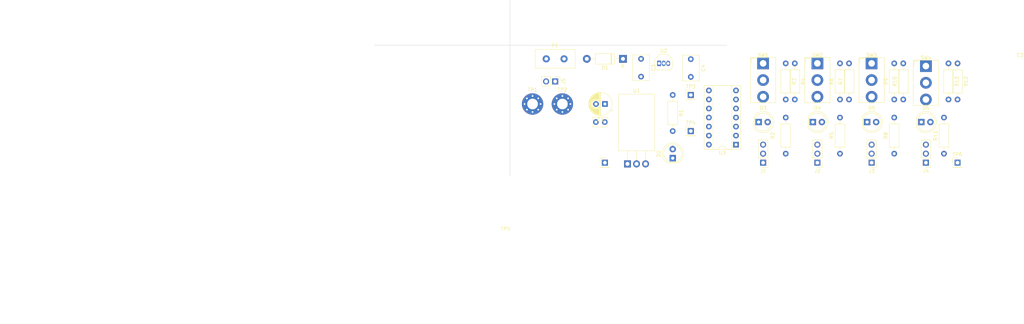
<source format=kicad_pcb>
(kicad_pcb (version 20221018) (generator pcbnew)
  (layers (0 "F.Cu" signal) (31 "B.Cu" signal) (34 "B.Paste" user) (35 "F.Paste" user) (36 "B.SilkS" user "B.Silkscreen") (37 "F.SilkS" user "F.Silkscreen") (38 "B.Mask" user) (39 "F.Mask" user) (44 "Edge.Cuts" user))
  (net 0 "")
  (net 1 "+12V")
  (net 2 "GND")
  (net 3 "+5V")
  (net 4 "+3.3V")
  (net 5 "/vfuse")
  (net 6 "/pwr3led")
  (net 7 "/dio-channel0/ibuf_out")
  (net 8 "/dio-channel0/sigled")
  (net 9 "/dio-channel1/ibuf_out")
  (net 10 "/dio-channel1/sigled")
  (net 11 "/dio-channel2/ibuf_out")
  (net 12 "/dio-channel2/sigled")
  (net 13 "/dio-channel3/ibuf_out")
  (net 14 "/dio-channel3/sigled")
  (net 15 "/vin")
  (net 16 "/dio-channel0/iopin")
  (net 17 "/dio-channel1/iopin")
  (net 18 "/dio-channel2/iopin")
  (net 19 "/dio-channel3/iopin")
  (net 20 "/dio-channel0/iopin_prot")
  (net 21 "/dio-channel1/iopin_prot")
  (net 22 "/dio-channel2/iopin_prot")
  (net 23 "/dio-channel3/iopin_prot")
  (footprint "LED_THT:LED_D5.0mm" (layer "F.Cu") (at 166.37 97.79)
    (fp_text reference "D6" (at 1.27 -3.96) (layer "F.SilkS"))
    (fp_text value "Red")
    (pad "1" thru_hole rect (at 0 0) (size 1.8 1.8) (drill 0.9) (layers "*.Cu" "*.Mask") (net 13 "/dio-channel3/ibuf_out"))
    (pad "2" thru_hole circle (at 2.54 0) (size 1.8 1.8) (drill 0.9) (layers "*.Cu" "*.Mask") (net 14 "/dio-channel3/sigled"))
  )
  (footprint "Connector_PinHeader_2.54mm:PinHeader_1x03_P2.54mm_Vertical" (layer "F.Cu") (at 121.92 109.22 180)
    (fp_text reference "J1" (at 0 -2.33) (layer "F.SilkS"))
    (fp_text value "Conn_01x03")
    (pad "1" thru_hole rect (at 0 0 180) (size 1.7 1.7) (drill 1) (layers "*.Cu" "*.Mask") (net 2 "GND"))
    (pad "2" thru_hole oval (at 0 2.54 180) (size 1.7 1.7) (drill 1) (layers "*.Cu" "*.Mask") (net 3 "+5V"))
    (pad "3" thru_hole oval (at 0 5.08 180) (size 1.7 1.7) (drill 1) (layers "*.Cu" "*.Mask") (net 16 "/dio-channel0/iopin"))
  )
  (footprint "LED_THT:LED_D5.0mm" (layer "F.Cu") (at 135.89 97.79)
    (fp_text reference "D4" (at 1.27 -3.96) (layer "F.SilkS"))
    (fp_text value "Red")
    (pad "1" thru_hole rect (at 0 0) (size 1.8 1.8) (drill 0.9) (layers "*.Cu" "*.Mask") (net 9 "/dio-channel1/ibuf_out"))
    (pad "2" thru_hole circle (at 2.54 0) (size 1.8 1.8) (drill 0.9) (layers "*.Cu" "*.Mask") (net 10 "/dio-channel1/sigled"))
  )
  (footprint "Resistor_THT:R_Axial_DIN0207_L6.3mm_D2.5mm_P10.16mm_Horizontal" (layer "F.Cu") (at 158.75 106.68 90)
    (fp_text reference "R8" (at 5.08 -2.37 90) (layer "F.SilkS"))
    (fp_text value "1K")
    (pad "1" thru_hole circle (at 0 0 90) (size 1.6 1.6) (drill 0.8) (layers "*.Cu" "*.Mask") (net 3 "+5V"))
    (pad "2" thru_hole oval (at 10.16 0 90) (size 1.6 1.6) (drill 0.8) (layers "*.Cu" "*.Mask") (net 12 "/dio-channel2/sigled"))
  )
  (footprint "Package_DIP:DIP-14_W7.62mm_Socket" (layer "F.Cu") (at 114.3 104.14 180)
    (fp_text reference "U3" (at 3.81 -2.33) (layer "F.SilkS"))
    (fp_text value "74hct08")
    (pad "1" thru_hole rect (at 0 0 180) (size 1.6 1.6) (drill 0.8) (layers "*.Cu" "*.Mask") (net 3 "+5V"))
    (pad "2" thru_hole oval (at 0 2.54 180) (size 1.6 1.6) (drill 0.8) (layers "*.Cu" "*.Mask") (net 20 "/dio-channel0/iopin_prot"))
    (pad "3" thru_hole oval (at 0 5.08 180) (size 1.6 1.6) (drill 0.8) (layers "*.Cu" "*.Mask") (net 7 "/dio-channel0/ibuf_out"))
    (pad "4" thru_hole oval (at 0 7.62 180) (size 1.6 1.6) (drill 0.8) (layers "*.Cu" "*.Mask") (net 3 "+5V"))
    (pad "5" thru_hole oval (at 0 10.16 180) (size 1.6 1.6) (drill 0.8) (layers "*.Cu" "*.Mask") (net 21 "/dio-channel1/iopin_prot"))
    (pad "6" thru_hole oval (at 0 12.7 180) (size 1.6 1.6) (drill 0.8) (layers "*.Cu" "*.Mask") (net 9 "/dio-channel1/ibuf_out"))
    (pad "7" thru_hole oval (at 0 15.24 180) (size 1.6 1.6) (drill 0.8) (layers "*.Cu" "*.Mask") (net 2 "GND"))
    (pad "8" thru_hole oval (at 7.62 15.24 180) (size 1.6 1.6) (drill 0.8) (layers "*.Cu" "*.Mask") (net 11 "/dio-channel2/ibuf_out"))
    (pad "9" thru_hole oval (at 7.62 12.7 180) (size 1.6 1.6) (drill 0.8) (layers "*.Cu" "*.Mask") (net 3 "+5V"))
    (pad "10" thru_hole oval (at 7.62 10.16 180) (size 1.6 1.6) (drill 0.8) (layers "*.Cu" "*.Mask") (net 22 "/dio-channel2/iopin_prot"))
    (pad "11" thru_hole oval (at 7.62 7.62 180) (size 1.6 1.6) (drill 0.8) (layers "*.Cu" "*.Mask") (net 13 "/dio-channel3/ibuf_out"))
    (pad "12" thru_hole oval (at 7.62 5.08 180) (size 1.6 1.6) (drill 0.8) (layers "*.Cu" "*.Mask") (net 3 "+5V"))
    (pad "13" thru_hole oval (at 7.62 2.54 180) (size 1.6 1.6) (drill 0.8) (layers "*.Cu" "*.Mask") (net 23 "/dio-channel3/iopin_prot"))
    (pad "14" thru_hole oval (at 7.62 0 180) (size 1.6 1.6) (drill 0.8) (layers "*.Cu" "*.Mask") (net 3 "+5V"))
  )
  (footprint "Resistor_THT:R_Axial_DIN0207_L6.3mm_D2.5mm_P10.16mm_Horizontal" (layer "F.Cu") (at 143.51 91.44 90)
    (fp_text reference "R6" (at 5.08 -2.37 90) (layer "F.SilkS"))
    (fp_text value "150")
    (pad "1" thru_hole circle (at 0 0 90) (size 1.6 1.6) (drill 0.8) (layers "*.Cu" "*.Mask") (net 21 "/dio-channel1/iopin_prot"))
    (pad "2" thru_hole oval (at 10.16 0 90) (size 1.6 1.6) (drill 0.8) (layers "*.Cu" "*.Mask") (net 17 "/dio-channel1/iopin"))
  )
  (footprint "Resistor_THT:R_Axial_DIN0207_L6.3mm_D2.5mm_P10.16mm_Horizontal" (layer "F.Cu") (at 158.75 91.44 90)
    (fp_text reference "R9" (at 5.08 -2.37 90) (layer "F.SilkS"))
    (fp_text value "150")
    (pad "1" thru_hole circle (at 0 0 90) (size 1.6 1.6) (drill 0.8) (layers "*.Cu" "*.Mask") (net 22 "/dio-channel2/iopin_prot"))
    (pad "2" thru_hole oval (at 10.16 0 90) (size 1.6 1.6) (drill 0.8) (layers "*.Cu" "*.Mask") (net 18 "/dio-channel2/iopin"))
  )
  (footprint "Resistor_THT:R_Axial_DIN0207_L6.3mm_D2.5mm_P10.16mm_Horizontal" (layer "F.Cu") (at 128.27 81.28 -90)
    (fp_text reference "R3" (at 5.08 -2.37 90) (layer "F.SilkS"))
    (fp_text value "150")
    (pad "1" thru_hole circle (at 0 0 270) (size 1.6 1.6) (drill 0.8) (layers "*.Cu" "*.Mask") (net 20 "/dio-channel0/iopin_prot"))
    (pad "2" thru_hole oval (at 10.16 0 270) (size 1.6 1.6) (drill 0.8) (layers "*.Cu" "*.Mask") (net 16 "/dio-channel0/iopin"))
  )
  (footprint "MountingHole:MountingHole_3mm_Pad_Via" (layer "F.Cu") (at 57.15 92.71)
    (fp_text reference "TP1" (at 0 -4) (layer "F.SilkS"))
    (fp_text value "Vin")
    (pad "1" thru_hole circle (at -2.25 0) (size 0.8 0.8) (drill 0.5) (layers "*.Cu" "*.Mask") (net 15 "/vin"))
    (pad "1" thru_hole circle (at -1.59099 -1.59099) (size 0.8 0.8) (drill 0.5) (layers "*.Cu" "*.Mask") (net 15 "/vin"))
    (pad "1" thru_hole circle (at -1.59099 1.59099) (size 0.8 0.8) (drill 0.5) (layers "*.Cu" "*.Mask") (net 15 "/vin"))
    (pad "1" thru_hole circle (at 0 -2.25) (size 0.8 0.8) (drill 0.5) (layers "*.Cu" "*.Mask") (net 15 "/vin"))
    (pad "1" thru_hole circle (at 0 0) (size 6 6) (drill 3) (layers "*.Cu" "*.Mask") (net 15 "/vin"))
    (pad "1" thru_hole circle (at 0 2.25) (size 0.8 0.8) (drill 0.5) (layers "*.Cu" "*.Mask") (net 15 "/vin"))
    (pad "1" thru_hole circle (at 1.59099 -1.59099) (size 0.8 0.8) (drill 0.5) (layers "*.Cu" "*.Mask") (net 15 "/vin"))
    (pad "1" thru_hole circle (at 1.59099 1.59099) (size 0.8 0.8) (drill 0.5) (layers "*.Cu" "*.Mask") (net 15 "/vin"))
    (pad "1" thru_hole circle (at 2.25 0) (size 0.8 0.8) (drill 0.5) (layers "*.Cu" "*.Mask") (net 15 "/vin"))
  )
  (footprint "Capacitor_THT:C_Disc_D11.0mm_W5.0mm_P5.00mm" (layer "F.Cu") (at 61 80.01)
    (fp_text reference "F1" (at 2.5 -3.75) (layer "F.SilkS"))
    (fp_text value "Polyfuse")
    (pad "1" thru_hole circle (at 0 0) (size 2 2) (drill 1) (layers "*.Cu" "*.Mask") (net 15 "/vin"))
    (pad "2" thru_hole circle (at 5 0) (size 2 2) (drill 1) (layers "*.Cu" "*.Mask") (net 5 "/vfuse"))
  )
  (footprint "LED_THT:LED_D5.0mm" (layer "F.Cu") (at 120.65 97.79)
    (fp_text reference "D3" (at 1.27 -3.96) (layer "F.SilkS"))
    (fp_text value "Red")
    (pad "1" thru_hole rect (at 0 0) (size 1.8 1.8) (drill 0.9) (layers "*.Cu" "*.Mask") (net 7 "/dio-channel0/ibuf_out"))
    (pad "2" thru_hole circle (at 2.54 0) (size 1.8 1.8) (drill 0.9) (layers "*.Cu" "*.Mask") (net 8 "/dio-channel0/sigled"))
  )
  (footprint "Package_TO_SOT_THT:TO-92_Inline" (layer "F.Cu") (at 92.71 81.28)
    (fp_text reference "U2" (at 1.27 -3.56) (layer "F.SilkS"))
    (fp_text value "MCP1700x-330xxTO")
    (pad "1" thru_hole rect (at 0 0) (size 1.05 1.5) (drill 0.75) (layers "*.Cu" "*.Mask") (net 2 "GND"))
    (pad "2" thru_hole oval (at 1.27 0) (size 1.05 1.5) (drill 0.75) (layers "*.Cu" "*.Mask") (net 3 "+5V"))
    (pad "3" thru_hole oval (at 2.54 0) (size 1.05 1.5) (drill 0.75) (layers "*.Cu" "*.Mask") (net 4 "+3.3V"))
  )
  (footprint "Connector_PinHeader_2.54mm:PinHeader_1x03_P2.54mm_Vertical" (layer "F.Cu") (at 137.16 109.22 180)
    (fp_text reference "J2" (at 0 -2.33) (layer "F.SilkS"))
    (fp_text value "Conn_01x03")
    (pad "1" thru_hole rect (at 0 0 180) (size 1.7 1.7) (drill 1) (layers "*.Cu" "*.Mask") (net 2 "GND"))
    (pad "2" thru_hole oval (at 0 2.54 180) (size 1.7 1.7) (drill 1) (layers "*.Cu" "*.Mask") (net 3 "+5V"))
    (pad "3" thru_hole oval (at 0 5.08 180) (size 1.7 1.7) (drill 1) (layers "*.Cu" "*.Mask") (net 17 "/dio-channel1/iopin"))
  )
  (footprint "Resistor_THT:R_Axial_DIN0207_L6.3mm_D2.5mm_P10.16mm_Horizontal" (layer "F.Cu") (at 176.53 81.28 -90)
    (fp_text reference "R12" (at 5.08 -2.37 90) (layer "F.SilkS"))
    (fp_text value "150")
    (pad "1" thru_hole circle (at 0 0 270) (size 1.6 1.6) (drill 0.8) (layers "*.Cu" "*.Mask") (net 23 "/dio-channel3/iopin_prot"))
    (pad "2" thru_hole oval (at 10.16 0 270) (size 1.6 1.6) (drill 0.8) (layers "*.Cu" "*.Mask") (net 19 "/dio-channel3/iopin"))
  )
  (footprint "Capacitor_THT:C_Rect_L7.0mm_W4.5mm_P5.00mm" (layer "F.Cu") (at 101.6 80.09 -90)
    (fp_text reference "C4" (at 2.5 -3.5 90) (layer "F.SilkS"))
    (fp_text value "1uF")
    (pad "1" thru_hole circle (at 0 0 270) (size 1.6 1.6) (drill 0.8) (layers "*.Cu" "*.Mask") (net 4 "+3.3V"))
    (pad "2" thru_hole circle (at 5 0 270) (size 1.6 1.6) (drill 0.8) (layers "*.Cu" "*.Mask") (net 2 "GND"))
  )
  (footprint "0steve-footprints:SPDT-ESwitch-100SP3-M2" (layer "F.Cu") (at 121.92 81.28)
    (fp_text reference "SW1" (at 0 -2.33) (layer "F.SilkS"))
    (fp_text value "SW_SPDT_MSM")
    (pad "1" thru_hole rect (at 0 0) (size 3.302 3.302) (drill 1.8542) (layers "*.Cu" "*.Mask") (net 2 "GND"))
    (pad "2" thru_hole oval (at 0 4.699) (size 3.302 3.302) (drill 1.8542) (layers "*.Cu" "*.Mask") (net 20 "/dio-channel0/iopin_prot"))
    (pad "3" thru_hole oval (at 0 9.398) (size 3.302 3.302) (drill 1.8542) (layers "*.Cu" "*.Mask") (net 4 "+3.3V"))
  )
  (footprint "Connector_PinHeader_2.54mm:PinHeader_1x01_P2.54mm_Vertical" (layer "F.Cu") (at 176.53 109.22)
    (fp_text reference "TP6" (at 0 -2.33) (layer "F.SilkS"))
    (fp_text value "TestPoint")
    (pad "1" thru_hole rect (at 0 0) (size 1.7 1.7) (drill 1) (layers "*.Cu" "*.Mask") (net 2 "GND"))
  )
  (footprint "Resistor_THT:R_Axial_DIN0207_L6.3mm_D2.5mm_P10.16mm_Horizontal" (layer "F.Cu") (at 128.27 106.68 90)
    (fp_text reference "R2" (at 5.08 -3.64 90) (layer "F.SilkS"))
    (fp_text value "1K")
    (pad "1" thru_hole circle (at 0 0 90) (size 1.6 1.6) (drill 0.8) (layers "*.Cu" "*.Mask") (net 3 "+5V"))
    (pad "2" thru_hole oval (at 10.16 0 90) (size 1.6 1.6) (drill 0.8) (layers "*.Cu" "*.Mask") (net 8 "/dio-channel0/sigled"))
  )
  (footprint "Connector_PinHeader_2.54mm:PinHeader_1x01_P2.54mm_Vertical" (layer "F.Cu") (at 101.6 90.17)
    (fp_text reference "TP3" (at 0 -2.33) (layer "F.SilkS"))
    (fp_text value "TestPoint")
    (pad "1" thru_hole rect (at 0 0) (size 1.7 1.7) (drill 1) (layers "*.Cu" "*.Mask") (net 4 "+3.3V"))
  )
  (footprint "Resistor_THT:R_Axial_DIN0207_L6.3mm_D2.5mm_P10.16mm_Horizontal" (layer "F.Cu") (at 146.05 91.44 90)
    (fp_text reference "R7" (at 5.08 -2.37 90) (layer "F.SilkS"))
    (fp_text value "40K")
    (pad "1" thru_hole circle (at 0 0 90) (size 1.6 1.6) (drill 0.8) (layers "*.Cu" "*.Mask") (net 4 "+3.3V"))
    (pad "2" thru_hole oval (at 10.16 0 90) (size 1.6 1.6) (drill 0.8) (layers "*.Cu" "*.Mask") (net 17 "/dio-channel1/iopin"))
  )
  (footprint "LED_THT:LED_D5.0mm" (layer "F.Cu") (at 151.13 97.79)
    (fp_text reference "D5" (at 1.27 -3.96) (layer "F.SilkS"))
    (fp_text value "Red")
    (pad "1" thru_hole rect (at 0 0) (size 1.8 1.8) (drill 0.9) (layers "*.Cu" "*.Mask") (net 11 "/dio-channel2/ibuf_out"))
    (pad "2" thru_hole circle (at 2.54 0) (size 1.8 1.8) (drill 0.9) (layers "*.Cu" "*.Mask") (net 12 "/dio-channel2/sigled"))
  )
  (footprint "Resistor_THT:R_Axial_DIN0207_L6.3mm_D2.5mm_P10.16mm_Horizontal" (layer "F.Cu") (at 173.99 81.28 -90)
    (fp_text reference "R13" (at 5.08 -2.37 90) (layer "F.SilkS"))
    (fp_text value "40K")
    (pad "1" thru_hole circle (at 0 0 270) (size 1.6 1.6) (drill 0.8) (layers "*.Cu" "*.Mask") (net 4 "+3.3V"))
    (pad "2" thru_hole oval (at 10.16 0 270) (size 1.6 1.6) (drill 0.8) (layers "*.Cu" "*.Mask") (net 19 "/dio-channel3/iopin"))
  )
  (footprint "MountingHole:MountingHole_3mm_Pad_Via" (layer "F.Cu") (at 65.532 92.71)
    (fp_text reference "TP2" (at 0 -4) (layer "F.SilkS"))
    (fp_text value "GND")
    (pad "1" thru_hole circle (at -2.25 0) (size 0.8 0.8) (drill 0.5) (layers "*.Cu" "*.Mask") (net 2 "GND"))
    (pad "1" thru_hole circle (at -1.59099 -1.59099) (size 0.8 0.8) (drill 0.5) (layers "*.Cu" "*.Mask") (net 2 "GND"))
    (pad "1" thru_hole circle (at -1.59099 1.59099) (size 0.8 0.8) (drill 0.5) (layers "*.Cu" "*.Mask") (net 2 "GND"))
    (pad "1" thru_hole circle (at 0 -2.25) (size 0.8 0.8) (drill 0.5) (layers "*.Cu" "*.Mask") (net 2 "GND"))
    (pad "1" thru_hole circle (at 0 0) (size 6 6) (drill 3) (layers "*.Cu" "*.Mask") (net 2 "GND"))
    (pad "1" thru_hole circle (at 0 2.25) (size 0.8 0.8) (drill 0.5) (layers "*.Cu" "*.Mask") (net 2 "GND"))
    (pad "1" thru_hole circle (at 1.59099 -1.59099) (size 0.8 0.8) (drill 0.5) (layers "*.Cu" "*.Mask") (net 2 "GND"))
    (pad "1" thru_hole circle (at 1.59099 1.59099) (size 0.8 0.8) (drill 0.5) (layers "*.Cu" "*.Mask") (net 2 "GND"))
    (pad "1" thru_hole circle (at 2.25 0) (size 0.8 0.8) (drill 0.5) (layers "*.Cu" "*.Mask") (net 2 "GND"))
  )
  (footprint "Capacitor_THT:C_Rect_L7.0mm_W4.5mm_P5.00mm" (layer "F.Cu") (at 87.63 80.01 -90)
    (fp_text reference "C3" (at 2.5 -3.5 90) (layer "F.SilkS"))
    (fp_text value "1uF")
    (pad "1" thru_hole circle (at 0 0 270) (size 1.6 1.6) (drill 0.8) (layers "*.Cu" "*.Mask") (net 3 "+5V"))
    (pad "2" thru_hole circle (at 5 0 270) (size 1.6 1.6) (drill 0.8) (layers "*.Cu" "*.Mask") (net 2 "GND"))
  )
  (footprint "Diode_THT:D_DO-41_SOD81_P10.16mm_Horizontal" (layer "F.Cu") (at 82.55 80.01 180)
    (fp_text reference "D1" (at 5.08 -2.47) (layer "F.SilkS"))
    (fp_text value "1N4004")
    (fp_text user "K" (at 0 -2.1) (layer "F.SilkS"))
    (pad "1" thru_hole rect (at 0 0 180) (size 2.2 2.2) (drill 1.1) (layers "*.Cu" "*.Mask") (net 1 "+12V"))
    (pad "2" thru_hole oval (at 10.16 0 180) (size 2.2 2.2) (drill 1.1) (layers "*.Cu" "*.Mask") (net 5 "/vfuse"))
  )
  (footprint "0steve-footprints:SPDT-ESwitch-100SP3-M2" (layer "F.Cu") (at 167.64 82.042)
    (fp_text reference "SW4" (at 0 -2.33) (layer "F.SilkS"))
    (fp_text value "SW_SPDT_MSM")
    (pad "1" thru_hole rect (at 0 0) (size 3.302 3.302) (drill 1.8542) (layers "*.Cu" "*.Mask") (net 2 "GND"))
    (pad "2" thru_hole oval (at 0 4.699) (size 3.302 3.302) (drill 1.8542) (layers "*.Cu" "*.Mask") (net 23 "/dio-channel3/iopin_prot"))
    (pad "3" thru_hole oval (at 0 9.398) (size 3.302 3.302) (drill 1.8542) (layers "*.Cu" "*.Mask") (net 4 "+3.3V"))
  )
  (footprint "Connector_PinHeader_2.54mm:PinHeader_1x02_P2.54mm_Vertical" (layer "F.Cu") (at 63.5 86.36 -90)
    (fp_text reference "J5" (at 0 -2.33 90) (layer "F.SilkS"))
    (fp_text value "Conn_01x02")
    (pad "1" thru_hole rect (at 0 0 270) (size 1.7 1.7) (drill 1) (layers "*.Cu" "*.Mask") (net 2 "GND"))
    (pad "2" thru_hole oval (at 0 2.54 270) (size 1.7 1.7) (drill 1) (layers "*.Cu" "*.Mask") (net 15 "/vin"))
  )
  (footprint "LED_THT:LED_D5.0mm" (layer "F.Cu") (at 96.52 107.95 90)
    (fp_text reference "D2" (at 1.27 -3.96 90) (layer "F.SilkS"))
    (fp_text value "Green")
    (pad "1" thru_hole rect (at 0 0 90) (size 1.8 1.8) (drill 0.9) (layers "*.Cu" "*.Mask") (net 2 "GND"))
    (pad "2" thru_hole circle (at 2.54 0 90) (size 1.8 1.8) (drill 0.9) (layers "*.Cu" "*.Mask") (net 6 "/pwr3led"))
  )
  (footprint "Capacitor_THT:C_Rect_L4.0mm_W2.5mm_P2.50mm" (layer "F.Cu") (at 77.43 97.79 180)
    (fp_text reference "C2" (at -116.68 18.813) (layer "F.SilkS"))
    (fp_text value "0.1")
    (pad "1" thru_hole circle (at 0 0 180) (size 1.6 1.6) (drill 0.8) (layers "*.Cu" "*.Mask") (net 1 "+12V"))
    (pad "2" thru_hole circle (at 2.5 0 180) (size 1.6 1.6) (drill 0.8) (layers "*.Cu" "*.Mask") (net 2 "GND"))
  )
  (footprint "Connector_PinHeader_2.54mm:PinHeader_1x01_P2.54mm_Vertical" (layer "F.Cu") (at 77.47 109.22)
    (fp_text reference "TP5" (at -27.94 18.62) (layer "F.SilkS"))
    (fp_text value "TestPoint")
    (pad "1" thru_hole rect (at 0 0) (size 1.7 1.7) (drill 1) (layers "*.Cu" "*.Mask") (net 2 "GND"))
  )
  (footprint "Connector_PinHeader_2.54mm:PinHeader_1x03_P2.54mm_Vertical" (layer "F.Cu") (at 167.64 109.22 180)
    (fp_text reference "J4" (at 0 -2.33) (layer "F.SilkS"))
    (fp_text value "Conn_01x03")
    (pad "1" thru_hole rect (at 0 0 180) (size 1.7 1.7) (drill 1) (layers "*.Cu" "*.Mask") (net 2 "GND"))
    (pad "2" thru_hole oval (at 0 2.54 180) (size 1.7 1.7) (drill 1) (layers "*.Cu" "*.Mask") (net 3 "+5V"))
    (pad "3" thru_hole oval (at 0 5.08 180) (size 1.7 1.7) (drill 1) (layers "*.Cu" "*.Mask") (net 19 "/dio-channel3/iopin"))
  )
  (footprint "Connector_PinHeader_2.54mm:PinHeader_1x03_P2.54mm_Vertical" (layer "F.Cu") (at 152.4 109.22 180)
    (fp_text reference "J3" (at 0 -2.33) (layer "F.SilkS"))
    (fp_text value "Conn_01x03")
    (pad "1" thru_hole rect (at 0 0 180) (size 1.7 1.7) (drill 1) (layers "*.Cu" "*.Mask") (net 2 "GND"))
    (pad "2" thru_hole oval (at 0 2.54 180) (size 1.7 1.7) (drill 1) (layers "*.Cu" "*.Mask") (net 3 "+5V"))
    (pad "3" thru_hole oval (at 0 5.08 180) (size 1.7 1.7) (drill 1) (layers "*.Cu" "*.Mask") (net 18 "/dio-channel2/iopin"))
  )
  (footprint "0steve-footprints:SPDT-ESwitch-100SP3-M2" (layer "F.Cu") (at 152.4 81.28)
    (fp_text reference "SW3" (at 0 -2.33) (layer "F.SilkS"))
    (fp_text value "SW_SPDT_MSM")
    (pad "1" thru_hole rect (at 0 0) (size 3.302 3.302) (drill 1.8542) (layers "*.Cu" "*.Mask") (net 2 "GND"))
    (pad "2" thru_hole oval (at 0 4.699) (size 3.302 3.302) (drill 1.8542) (layers "*.Cu" "*.Mask") (net 22 "/dio-channel2/iopin_prot"))
    (pad "3" thru_hole oval (at 0 9.398) (size 3.302 3.302) (drill 1.8542) (layers "*.Cu" "*.Mask") (net 4 "+3.3V"))
  )
  (footprint "Resistor_THT:R_Axial_DIN0207_L6.3mm_D2.5mm_P10.16mm_Horizontal" (layer "F.Cu") (at 172.72 106.68 90)
    (fp_text reference "R11" (at 5.08 -2.37 90) (layer "F.SilkS"))
    (fp_text value "1K")
    (pad "1" thru_hole circle (at 0 0 90) (size 1.6 1.6) (drill 0.8) (layers "*.Cu" "*.Mask") (net 3 "+5V"))
    (pad "2" thru_hole oval (at 10.16 0 90) (size 1.6 1.6) (drill 0.8) (layers "*.Cu" "*.Mask") (net 14 "/dio-channel3/sigled"))
  )
  (footprint "Package_TO_SOT_THT:TO-220-3_Horizontal_TabDown" (layer "F.Cu") (at 83.82 109.56)
    (fp_text reference "U1" (at 2.54 -20.58) (layer "F.SilkS"))
    (fp_text value "LM7805_TO220")
    (pad "" np_thru_hole oval (at 2.54 -16.66) (size 3.5 3.5) (drill 3.5) (layers "*.Cu" "*.Mask"))
    (pad "1" thru_hole rect (at 0 0) (size 1.905 2) (drill 1.1) (layers "*.Cu" "*.Mask") (net 1 "+12V"))
    (pad "2" thru_hole oval (at 2.54 0) (size 1.905 2) (drill 1.1) (layers "*.Cu" "*.Mask") (net 2 "GND"))
    (pad "3" thru_hole oval (at 5.08 0) (size 1.905 2) (drill 1.1) (layers "*.Cu" "*.Mask") (net 3 "+5V"))
  )
  (footprint "Connector_PinHeader_2.54mm:PinHeader_1x01_P2.54mm_Vertical" (layer "F.Cu") (at 101.6 100.33)
    (fp_text reference "TP4" (at 0 -2.33) (layer "F.SilkS"))
    (fp_text value "TestPoint")
    (pad "1" thru_hole rect (at 0 0) (size 1.7 1.7) (drill 1) (layers "*.Cu" "*.Mask") (net 2 "GND"))
  )
  (footprint "0steve-footprints:SPDT-ESwitch-100SP3-M2" (layer "F.Cu") (at 137.16 81.28)
    (fp_text reference "SW2" (at 0 -2.33) (layer "F.SilkS"))
    (fp_text value "SW_SPDT_MSM")
    (pad "1" thru_hole rect (at 0 0) (size 3.302 3.302) (drill 1.8542) (layers "*.Cu" "*.Mask") (net 2 "GND"))
    (pad "2" thru_hole oval (at 0 4.699) (size 3.302 3.302) (drill 1.8542) (layers "*.Cu" "*.Mask") (net 21 "/dio-channel1/iopin_prot"))
    (pad "3" thru_hole oval (at 0 9.398) (size 3.302 3.302) (drill 1.8542) (layers "*.Cu" "*.Mask") (net 4 "+3.3V"))
  )
  (footprint "Capacitor_THT:CP_Radial_D6.3mm_P2.50mm" (layer "F.Cu") (at 77.47 92.71 180)
    (fp_text reference "C1" (at 1.25 -4.4) (layer "F.SilkS"))
    (fp_text value "47uF")
    (pad "1" thru_hole rect (at 0 0 180) (size 1.6 1.6) (drill 0.8) (layers "*.Cu" "*.Mask") (net 1 "+12V"))
    (pad "2" thru_hole circle (at 2.5 0 180) (size 1.6 1.6) (drill 0.8) (layers "*.Cu" "*.Mask") (net 2 "GND"))
  )
  (footprint "Resistor_THT:R_Axial_DIN0207_L6.3mm_D2.5mm_P10.16mm_Horizontal" (layer "F.Cu") (at 130.81 81.28 -90)
    (fp_text reference "R4" (at 5.08 -2.37 90) (layer "F.SilkS"))
    (fp_text value "40K")
    (pad "1" thru_hole circle (at 0 0 270) (size 1.6 1.6) (drill 0.8) (layers "*.Cu" "*.Mask") (net 4 "+3.3V"))
    (pad "2" thru_hole oval (at 10.16 0 270) (size 1.6 1.6) (drill 0.8) (layers "*.Cu" "*.Mask") (net 16 "/dio-channel0/iopin"))
  )
  (footprint "Resistor_THT:R_Axial_DIN0207_L6.3mm_D2.5mm_P10.16mm_Horizontal" (layer "F.Cu") (at 161.29 91.44 90)
    (fp_text reference "R10" (at 5.08 -2.37 90) (layer "F.SilkS"))
    (fp_text value "40K")
    (pad "1" thru_hole circle (at 0 0 90) (size 1.6 1.6) (drill 0.8) (layers "*.Cu" "*.Mask") (net 4 "+3.3V"))
    (pad "2" thru_hole oval (at 10.16 0 90) (size 1.6 1.6) (drill 0.8) (layers "*.Cu" "*.Mask") (net 18 "/dio-channel2/iopin"))
  )
  (footprint "Resistor_THT:R_Axial_DIN0207_L6.3mm_D2.5mm_P10.16mm_Horizontal" (layer "F.Cu") (at 143.51 106.68 90)
    (fp_text reference "R5" (at 5.08 -2.37 90) (layer "F.SilkS"))
    (fp_text value "1K")
    (pad "1" thru_hole circle (at 0 0 90) (size 1.6 1.6) (drill 0.8) (layers "*.Cu" "*.Mask") (net 3 "+5V"))
    (pad "2" thru_hole oval (at 10.16 0 90) (size 1.6 1.6) (drill 0.8) (layers "*.Cu" "*.Mask") (net 10 "/dio-channel1/sigled"))
  )
  (footprint "Resistor_THT:R_Axial_DIN0207_L6.3mm_D2.5mm_P10.16mm_Horizontal" (layer "F.Cu") (at 96.52 90.17 -90)
    (fp_text reference "R1" (at 5.08 -2.37 90) (layer "F.SilkS"))
    (fp_text value "470")
    (pad "1" thru_hole circle (at 0 0 270) (size 1.6 1.6) (drill 0.8) (layers "*.Cu" "*.Mask") (net 4 "+3.3V"))
    (pad "2" thru_hole oval (at 10.16 0 270) (size 1.6 1.6) (drill 0.8) (layers "*.Cu" "*.Mask") (net 6 "/pwr3led"))
  )
  (gr_line (start 50.8 63.5) (end 50.8 113.03) (stroke (width 0.1)) (layer "Edge.Cuts"))
  (gr_line (start 12.7 76.2) (end 111.76 76.2) (stroke (width 0.1)) (layer "Edge.Cuts"))
)
</source>
